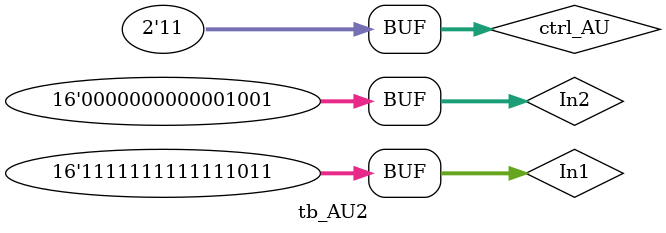
<source format=v>


 /*ctrl_AU
			00: sub(A,B) 01: add(A,B) ; 10: max(A,B) 11: max(A,B)*/

`timescale 1ps/1ps
module tb_AU2();
	parameter msb = 15;
	parameter T = 2;

	reg signed[msb:0] In1, In2;
	reg[1:0] ctrl_AU;
	wire[msb:0] O;
	
	initial begin 
		In1 = -5;
		In2 = 9;
	end
	
	//module AU1(Out, In1, In2, ctrl); 00: sub(A,B) 01: add(A,B) ; 10: max(A,B) 11: max(A,B)*/
   AU2 tb_au2(.Out(O), .In1(In1), .In2(In2), .ctrl(ctrl_AU));
	always begin 
		#0  ctrl_AU = 2'b00;
		#T  ctrl_AU = 2'b01;
		#T  ctrl_AU = 2'b10;
		#T  ctrl_AU = 2'b11;
		#T ;
	end
	
endmodule

</source>
